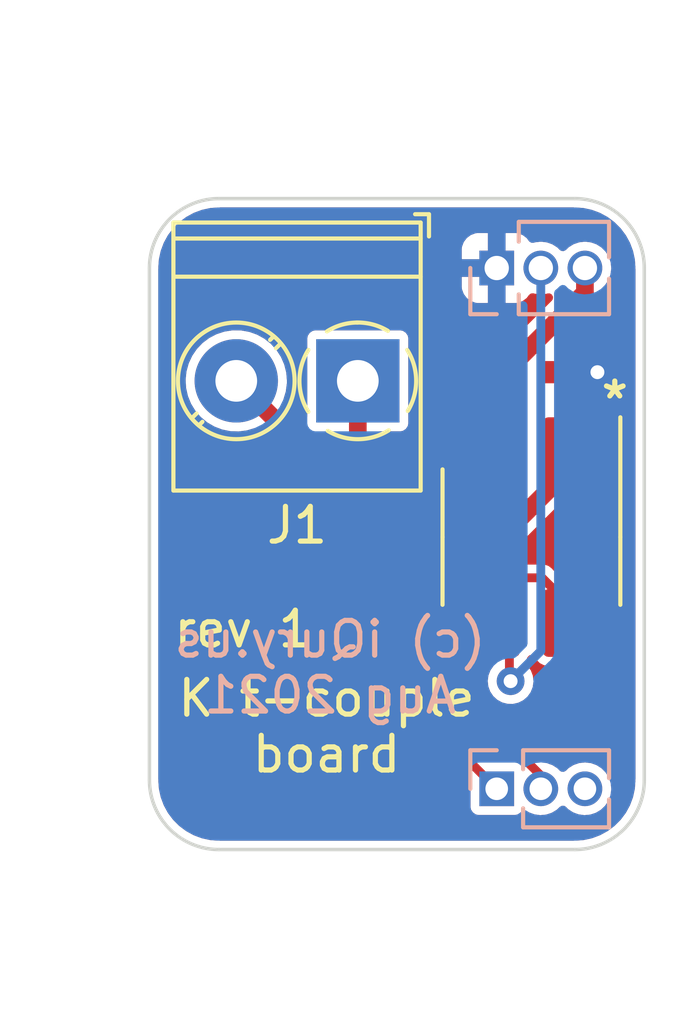
<source format=kicad_pcb>
(kicad_pcb (version 20210722) (generator pcbnew)
  (layers (0 "F.Cu" signal) (31 "B.Cu" signal) (34 "B.Paste" user) (35 "F.Paste" user) (36 "B.SilkS" user "B.Silkscreen") (37 "F.SilkS" user "F.Silkscreen") (38 "B.Mask" user) (39 "F.Mask" user) (44 "Edge.Cuts" user))
  (net 0 "")
  (net 1 "Net-(C1-Pad1)")
  (net 2 "Net-(C1-Pad2)")
  (net 3 "+3V3")
  (net 4 "GND")
  (net 5 "~{CS}")
  (net 6 "SDO")
  (net 7 "SCL")
  (footprint "TerminalBlock_Phoenix:TerminalBlock_Phoenix_PT-1,5-2-3.5-H_1x02_P3.50mm_Horizontal" (layer "F.Cu") (at 136 114.25 180)
    (fp_text reference "J1" (at 1.75 -4.16) (layer "F.SilkS"))
    (fp_text value "Screw_Terminal_01x02")
    (fp_line (start 4.57 -1.275) (end 4.476 -1.181) (layer "F.SilkS") (width 0.12))
    (fp_line (start -1.81 4.1) (end 5.31 4.1) (layer "F.SilkS") (width 0.12))
    (fp_line (start -1.81 -3.16) (end 5.31 -3.16) (layer "F.SilkS") (width 0.12))
    (fp_line (start -2.05 4.8) (end -1.65 4.8) (layer "F.SilkS") (width 0.12))
    (fp_line (start 2.525 1.181) (end 2.431 1.274) (layer "F.SilkS") (width 0.12))
    (fp_line (start 2.355 0.941) (end 2.226 1.069) (layer "F.SilkS") (width 0.12))
    (fp_line (start 4.775 -1.069) (end 4.646 -0.941) (layer "F.SilkS") (width 0.12))
    (fp_line (start -2.05 4.16) (end -2.05 4.8) (layer "F.SilkS") (width 0.12))
    (fp_line (start 5.31 -3.16) (end 5.31 4.56) (layer "F.SilkS") (width 0.12))
    (fp_line (start -1.81 -3.16) (end -1.81 4.56) (layer "F.SilkS") (width 0.12))
    (fp_line (start -1.81 4.56) (end 5.31 4.56) (layer "F.SilkS") (width 0.12))
    (fp_line (start -1.81 3) (end 5.31 3) (layer "F.SilkS") (width 0.12))
    (fp_arc (start 0 0) (end -1.44 -0.866) (angle -63) (layer "F.SilkS") (width 0.12))
    (fp_arc (start 0 0) (end 0.866 -1.44) (angle -63) (layer "F.SilkS") (width 0.12))
    (fp_arc (start 0 0) (end 1.425 0.891) (angle -64) (layer "F.SilkS") (width 0.12))
    (fp_arc (start 0 0) (end -0.866 1.44) (angle -32) (layer "F.SilkS") (width 0.12))
    (fp_arc (start 0 0) (end 0 1.68) (angle -32) (layer "F.SilkS") (width 0.12))
    (fp_circle (center 3.5 0) (end 5.18 0) (layer "F.SilkS") (width 0.12) (fill none))
    (pad "1" thru_hole rect locked (at 0 0 180) (size 2.4 2.4) (drill 1.2) (layers *.Cu *.Mask) (net 1 "Net-(C1-Pad1)"))
    (pad "2" thru_hole circle locked (at 3.5 0 180) (size 2.4 2.4) (drill 1.2) (layers *.Cu *.Mask) (net 2 "Net-(C1-Pad2)"))
  )
  (footprint "Capacitor_SMD:C_0402_1005Metric" (layer "F.Cu") (at 141 114)
    (fp_text reference "C2" hide)
    (fp_text value "100nF")
    (pad "1" smd roundrect locked (at -0.485 0) (size 0.59 0.64) (layers "F.Cu" "F.Paste" "F.Mask") (net 3 "+3V3"))
    (pad "2" smd roundrect locked (at 0.485 0) (size 0.59 0.64) (layers "F.Cu" "F.Paste" "F.Mask") (net 4 "GND"))
  )
  (footprint "Package_SO:SOIC-8_3.9x4.9mm_P1.27mm" (layer "F.Cu") (at 141 118.75 -90)
    (fp_text reference "U1" hide)
    (fp_text value "MAX31855KASA")
    (fp_line (start 0 -2.56) (end -3.45 -2.56) (layer "F.SilkS") (width 0.12))
    (fp_line (start 0 2.56) (end -1.95 2.56) (layer "F.SilkS") (width 0.12))
    (fp_line (start 0 -2.56) (end 1.95 -2.56) (layer "F.SilkS") (width 0.12))
    (fp_line (start 0 2.56) (end 1.95 2.56) (layer "F.SilkS") (width 0.12))
    (pad "1" smd roundrect locked (at -2.475 -1.905 270) (size 1.95 0.6) (layers "F.Cu" "F.Paste" "F.Mask") (net 4 "GND"))
    (pad "2" smd roundrect locked (at -2.475 -0.635 270) (size 1.95 0.6) (layers "F.Cu" "F.Paste" "F.Mask") (net 2 "Net-(C1-Pad2)"))
    (pad "3" smd roundrect locked (at -2.475 0.635 270) (size 1.95 0.6) (layers "F.Cu" "F.Paste" "F.Mask") (net 1 "Net-(C1-Pad1)"))
    (pad "4" smd roundrect locked (at -2.475 1.905 270) (size 1.95 0.6) (layers "F.Cu" "F.Paste" "F.Mask") (net 3 "+3V3"))
    (pad "5" smd roundrect locked (at 2.475 1.905 270) (size 1.95 0.6) (layers "F.Cu" "F.Paste" "F.Mask") (net 7 "SCL"))
    (pad "6" smd roundrect locked (at 2.475 0.635 270) (size 1.95 0.6) (layers "F.Cu" "F.Paste" "F.Mask") (net 5 "~{CS}"))
    (pad "7" smd roundrect locked (at 2.475 -0.635 270) (size 1.95 0.6) (layers "F.Cu" "F.Paste" "F.Mask") (net 6 "SDO"))
    (pad "8" smd roundrect locked (at 2.475 -1.905 270) (size 1.95 0.6) (layers "F.Cu" "F.Paste" "F.Mask"))
  )
  (footprint "Capacitor_SMD:C_0402_1005Metric" (layer "F.Cu") (at 137.75 118.8 -90)
    (fp_text reference "C1" hide)
    (fp_text value "10nF")
    (pad "1" smd roundrect locked (at -0.485 0 270) (size 0.59 0.64) (layers "F.Cu" "F.Paste" "F.Mask") (net 1 "Net-(C1-Pad1)"))
    (pad "2" smd roundrect locked (at 0.485 0 270) (size 0.59 0.64) (layers "F.Cu" "F.Paste" "F.Mask") (net 2 "Net-(C1-Pad2)"))
  )
  (footprint "Connector_PinSocket_1.27mm:PinSocket_1x03_P1.27mm_Vertical" (layer "B.Cu") (at 140 111 -90)
    (fp_text reference "J2" hide)
    (fp_text value "Conn_01x03_Female")
    (fp_line (start 1.33 -0.635) (end 1.33 -3.235) (layer "B.SilkS") (width 0.12))
    (fp_line (start -1.33 -3.235) (end -0.30753 -3.235) (layer "B.SilkS") (width 0.12))
    (fp_line (start 0.76 -0.635) (end 1.33 -0.635) (layer "B.SilkS") (width 0.12))
    (fp_line (start 0 0.76) (end 1.33 0.76) (layer "B.SilkS") (width 0.12))
    (fp_line (start 0.30753 -3.235) (end 1.33 -3.235) (layer "B.SilkS") (width 0.12))
    (fp_line (start 1.33 0.76) (end 1.33 0) (layer "B.SilkS") (width 0.12))
    (fp_line (start -1.33 -0.635) (end -1.33 -3.235) (layer "B.SilkS") (width 0.12))
    (fp_line (start -1.33 -0.635) (end -0.76 -0.635) (layer "B.SilkS") (width 0.12))
    (pad "1" thru_hole rect locked (at 0 0 270) (size 1 1) (drill 0.7) (layers *.Cu *.Mask) (net 4 "GND"))
    (pad "2" thru_hole oval locked (at 0 -1.27 270) (size 1 1) (drill 0.7) (layers *.Cu *.Mask) (net 5 "~{CS}"))
    (pad "3" thru_hole oval locked (at 0 -2.54 270) (size 1 1) (drill 0.7) (layers *.Cu *.Mask) (net 3 "+3V3"))
  )
  (footprint "Connector_PinHeader_1.27mm:PinHeader_1x03_P1.27mm_Vertical" (layer "B.Cu") (at 140 126 -90)
    (fp_text reference "J3" hide)
    (fp_text value "Conn_01x03_Male")
    (fp_line (start -1.11 -3.235) (end -0.30753 -3.235) (layer "B.SilkS") (width 0.12))
    (fp_line (start -1.11 0.76) (end 0 0.76) (layer "B.SilkS") (width 0.12))
    (fp_line (start 0.563471 -0.76) (end 1.11 -0.76) (layer "B.SilkS") (width 0.12))
    (fp_line (start -1.11 -0.76) (end -1.11 -3.235) (layer "B.SilkS") (width 0.12))
    (fp_line (start 0.30753 -3.235) (end 1.11 -3.235) (layer "B.SilkS") (width 0.12))
    (fp_line (start -1.11 0) (end -1.11 0.76) (layer "B.SilkS") (width 0.12))
    (fp_line (start -1.11 -0.76) (end -0.563471 -0.76) (layer "B.SilkS") (width 0.12))
    (fp_line (start 1.11 -0.76) (end 1.11 -3.235) (layer "B.SilkS") (width 0.12))
    (pad "1" thru_hole rect locked (at 0 0 270) (size 1 1) (drill 0.65) (layers *.Cu *.Mask) (net 6 "SDO"))
    (pad "2" thru_hole oval locked (at 0 -1.27 270) (size 1 1) (drill 0.65) (layers *.Cu *.Mask) (net 7 "SCL"))
    (pad "3" thru_hole oval locked (at 0 -2.54 270) (size 1 1) (drill 0.65) (layers *.Cu *.Mask))
  )
  (gr_arc (start 142.25 111) (end 142.25 109) (angle 90) (layer "Edge.Cuts") (width 0.1))
  (gr_line (start 142.25 127.75) (end 132 127.75) (layer "Edge.Cuts") (width 0.1))
  (gr_line (start 144.25 111) (end 144.25 125.75) (layer "Edge.Cuts") (width 0.1))
  (gr_line (start 130 125.75) (end 130 111) (layer "Edge.Cuts") (width 0.1))
  (gr_line (start 132 109) (end 142.25 109) (layer "Edge.Cuts") (width 0.1))
  (gr_arc (start 132 111) (end 132 109) (angle -90) (layer "Edge.Cuts") (width 0.1))
  (gr_arc (start 132 125.75) (end 132 127.75) (angle 90) (layer "Edge.Cuts") (width 0.1))
  (gr_arc (start 142.25 125.75) (end 142.25 127.75) (angle -90) (layer "Edge.Cuts") (width 0.1))
  (gr_text "(c) iQury.us\nAug 2021" (at 135.2 122.5) (layer "B.SilkS") (effects (font (size 1 1)) (justify mirror)))
  (gr_text "rev 1" (at 132.7 121.4) (layer "F.SilkS") (effects (font (size 1 1))))
  (gr_text "*" (at 143.4 114.8) (layer "F.SilkS") (effects (font (size 1 1))))
  (gr_text "K t-couple\nboard" (at 135.1 124.2) (layer "F.SilkS") (effects (font (size 1 1))))
  (segment (start 140.365 117.249999) (end 140.365 116.275) (width 0.508) (layer "F.Cu") (net 1))
  (segment (start 137.75 118.315) (end 139.299999 118.315) (width 0.508) (layer "F.Cu") (net 1))
  (segment (start 139.299999 118.315) (end 140.365 117.249999) (width 0.508) (layer "F.Cu") (net 1))
  (segment (start 136 116.565) (end 137.75 118.315) (width 0.508) (layer "F.Cu") (net 1))
  (segment (start 136 114.25) (end 136 116.565) (width 0.508) (layer "F.Cu") (net 1))
  (segment (start 137.535 119.285) (end 137.75 119.285) (width 0.508) (layer "F.Cu") (net 2))
  (segment (start 141.635 117.249999) (end 141.635 116.275) (width 0.508) (layer "F.Cu") (net 2))
  (segment (start 137.75 119.285) (end 139.599999 119.285) (width 0.508) (layer "F.Cu") (net 2))
  (segment (start 139.599999 119.285) (end 141.635 117.249999) (width 0.508) (layer "F.Cu") (net 2))
  (segment (start 132.5 114.25) (end 137.535 119.285) (width 0.508) (layer "F.Cu") (net 2))
  (segment (start 142.54 111) (end 142.54 111.707106) (width 0.508) (layer "F.Cu") (net 3))
  (segment (start 140.515 113.732106) (end 140.515 114) (width 0.508) (layer "F.Cu") (net 3))
  (segment (start 140.515 114) (end 139.095 115.42) (width 0.508) (layer "F.Cu") (net 3))
  (segment (start 142.54 111.707106) (end 140.515 113.732106) (width 0.508) (layer "F.Cu") (net 3))
  (segment (start 139.095 115.42) (end 139.095 116.275) (width 0.508) (layer "F.Cu") (net 3))
  (via (at 142.9 114) (size 0.8) (drill 0.4) (layers "F.Cu" "B.Cu") (net 4))
  (segment (start 140.365 122.865) (end 140.4 122.9) (width 0.254) (layer "F.Cu") (net 5))
  (segment (start 140.365 121.225) (end 140.365 122.865) (width 0.254) (layer "F.Cu") (net 5))
  (via (at 140.4 122.9) (size 0.8) (drill 0.4) (layers "F.Cu" "B.Cu") (net 5))
  (segment (start 140.4 122.9) (end 141.27 122.03) (width 0.254) (layer "B.Cu") (net 5))
  (segment (start 141.27 122.03) (end 141.27 111) (width 0.254) (layer "B.Cu") (net 5))
  (segment (start 141.308479 119.92348) (end 138.743462 119.92348) (width 0.254) (layer "F.Cu") (net 6))
  (segment (start 138.46848 120.198462) (end 138.46848 124.46848) (width 0.254) (layer "F.Cu") (net 6))
  (segment (start 141.635 121.225) (end 141.635 120.250001) (width 0.254) (layer "F.Cu") (net 6))
  (segment (start 138.743462 119.92348) (end 138.46848 120.198462) (width 0.254) (layer "F.Cu") (net 6))
  (segment (start 141.635 120.250001) (end 141.308479 119.92348) (width 0.254) (layer "F.Cu") (net 6))
  (segment (start 138.46848 124.46848) (end 140 126) (width 0.254) (layer "F.Cu") (net 6))
  (segment (start 139.095 121.225) (end 139.095 123.441978) (width 0.254) (layer "F.Cu") (net 7))
  (segment (start 141.27 125.616978) (end 141.27 126) (width 0.254) (layer "F.Cu") (net 7))
  (segment (start 139.095 123.441978) (end 141.27 125.616978) (width 0.254) (layer "F.Cu") (net 7))
  (zone (net 4) (net_name "GND") (layers F&B.Cu) (connect_pads (clearance 0.254)) (min_thickness 0.254) (fill yes (thermal_gap 0.508) (thermal_bridge_width 0.508))
    (polygon (pts (xy 144.5 128) (xy 129.75 128) (xy 129.75 108.75) (xy 144.5 108.75)))
  )
)
</source>
